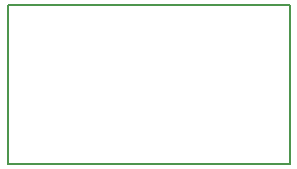
<source format=gbr>
G04 #@! TF.GenerationSoftware,KiCad,Pcbnew,5.0.0-rc3-unknown-520c611~65~ubuntu18.04.1*
G04 #@! TF.CreationDate,2018-07-03T00:15:53+02:00*
G04 #@! TF.ProjectId,vlakinostalo,766C616B696E6F7374616C6F2E6B6963,rev?*
G04 #@! TF.SameCoordinates,Original*
G04 #@! TF.FileFunction,Profile,NP*
%FSLAX46Y46*%
G04 Gerber Fmt 4.6, Leading zero omitted, Abs format (unit mm)*
G04 Created by KiCad (PCBNEW 5.0.0-rc3-unknown-520c611~65~ubuntu18.04.1) date Tue Jul  3 00:15:53 2018*
%MOMM*%
%LPD*%
G01*
G04 APERTURE LIST*
%ADD10C,0.150000*%
G04 APERTURE END LIST*
D10*
X170600000Y-95900000D02*
X170600000Y-109400000D01*
X146750000Y-109400000D02*
X170600000Y-109400000D01*
X146750000Y-95900000D02*
X170600000Y-95900000D01*
X146750000Y-95900000D02*
X146750000Y-109400000D01*
M02*

</source>
